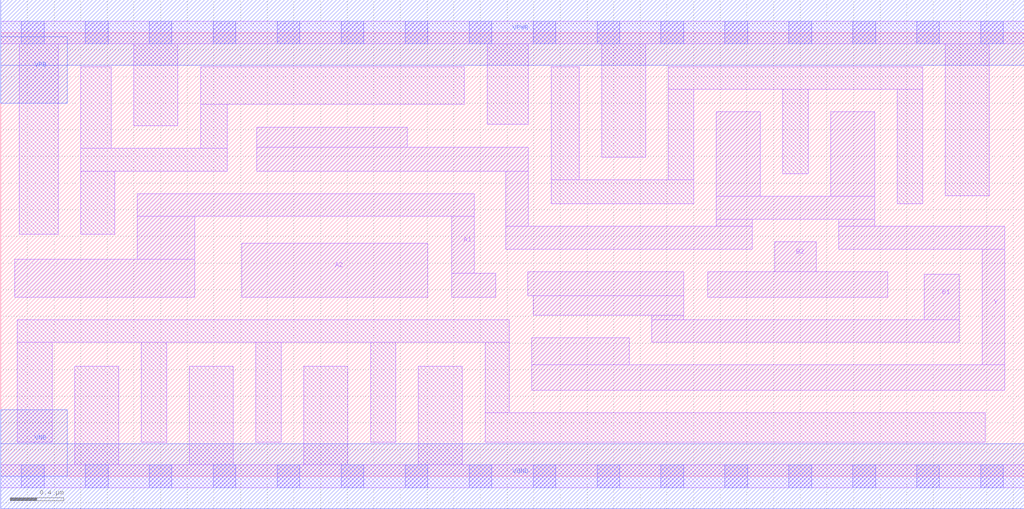
<source format=lef>
# Copyright 2020 The SkyWater PDK Authors
#
# Licensed under the Apache License, Version 2.0 (the "License");
# you may not use this file except in compliance with the License.
# You may obtain a copy of the License at
#
#     https://www.apache.org/licenses/LICENSE-2.0
#
# Unless required by applicable law or agreed to in writing, software
# distributed under the License is distributed on an "AS IS" BASIS,
# WITHOUT WARRANTIES OR CONDITIONS OF ANY KIND, either express or implied.
# See the License for the specific language governing permissions and
# limitations under the License.
#
# SPDX-License-Identifier: Apache-2.0

VERSION 5.5 ;
NAMESCASESENSITIVE ON ;
BUSBITCHARS "[]" ;
DIVIDERCHAR "/" ;
MACRO sky130_fd_sc_lp__o22ai_4
  CLASS CORE ;
  SOURCE USER ;
  ORIGIN  0.000000  0.000000 ;
  SIZE  7.680000 BY  3.330000 ;
  SYMMETRY X Y R90 ;
  SITE unit ;
  PIN A1
    ANTENNAGATEAREA  1.260000 ;
    DIRECTION INPUT ;
    USE SIGNAL ;
    PORT
      LAYER li1 ;
        RECT 0.105000 1.345000 1.455000 1.630000 ;
        RECT 1.025000 1.630000 1.455000 1.950000 ;
        RECT 1.025000 1.950000 3.555000 2.120000 ;
        RECT 3.385000 1.345000 3.715000 1.525000 ;
        RECT 3.385000 1.525000 3.555000 1.950000 ;
    END
  END A1
  PIN A2
    ANTENNAGATEAREA  1.260000 ;
    DIRECTION INPUT ;
    USE SIGNAL ;
    PORT
      LAYER li1 ;
        RECT 1.810000 1.345000 3.205000 1.750000 ;
    END
  END A2
  PIN B1
    ANTENNAGATEAREA  1.260000 ;
    DIRECTION INPUT ;
    USE SIGNAL ;
    PORT
      LAYER li1 ;
        RECT 3.955000 1.355000 5.125000 1.535000 ;
        RECT 3.995000 1.210000 5.125000 1.355000 ;
        RECT 4.885000 1.005000 7.195000 1.175000 ;
        RECT 4.885000 1.175000 5.125000 1.210000 ;
        RECT 6.930000 1.175000 7.195000 1.515000 ;
    END
  END B1
  PIN B2
    ANTENNAGATEAREA  1.260000 ;
    DIRECTION INPUT ;
    USE SIGNAL ;
    PORT
      LAYER li1 ;
        RECT 5.305000 1.345000 6.655000 1.535000 ;
        RECT 5.810000 1.535000 6.120000 1.760000 ;
    END
  END B2
  PIN Y
    ANTENNADIFFAREA  2.352000 ;
    DIRECTION OUTPUT ;
    USE SIGNAL ;
    PORT
      LAYER li1 ;
        RECT 1.920000 2.290000 3.960000 2.470000 ;
        RECT 1.920000 2.470000 3.050000 2.620000 ;
        RECT 3.790000 1.705000 5.640000 1.875000 ;
        RECT 3.790000 1.875000 3.960000 2.290000 ;
        RECT 3.985000 0.645000 7.535000 0.835000 ;
        RECT 3.985000 0.835000 4.715000 1.040000 ;
        RECT 5.370000 1.875000 5.640000 1.930000 ;
        RECT 5.370000 1.930000 6.560000 2.100000 ;
        RECT 5.370000 2.100000 5.700000 2.735000 ;
        RECT 6.230000 2.100000 6.560000 2.735000 ;
        RECT 6.290000 1.705000 7.535000 1.875000 ;
        RECT 6.290000 1.875000 6.560000 1.930000 ;
        RECT 7.365000 0.835000 7.535000 1.705000 ;
    END
  END Y
  PIN VGND
    DIRECTION INOUT ;
    USE GROUND ;
    PORT
      LAYER met1 ;
        RECT 0.000000 -0.245000 7.680000 0.245000 ;
    END
  END VGND
  PIN VNB
    DIRECTION INOUT ;
    USE GROUND ;
    PORT
      LAYER met1 ;
        RECT 0.000000 0.000000 0.500000 0.500000 ;
    END
  END VNB
  PIN VPB
    DIRECTION INOUT ;
    USE POWER ;
    PORT
      LAYER met1 ;
        RECT 0.000000 2.800000 0.500000 3.300000 ;
    END
  END VPB
  PIN VPWR
    DIRECTION INOUT ;
    USE POWER ;
    PORT
      LAYER met1 ;
        RECT 0.000000 3.085000 7.680000 3.575000 ;
    END
  END VPWR
  OBS
    LAYER li1 ;
      RECT 0.000000 -0.085000 7.680000 0.085000 ;
      RECT 0.000000  3.245000 7.680000 3.415000 ;
      RECT 0.125000  0.255000 0.385000 1.005000 ;
      RECT 0.125000  1.005000 3.815000 1.175000 ;
      RECT 0.140000  1.815000 0.430000 3.245000 ;
      RECT 0.555000  0.085000 0.885000 0.825000 ;
      RECT 0.600000  1.815000 0.855000 2.290000 ;
      RECT 0.600000  2.290000 1.700000 2.460000 ;
      RECT 0.600000  2.460000 0.830000 3.075000 ;
      RECT 1.000000  2.630000 1.330000 3.245000 ;
      RECT 1.055000  0.255000 1.245000 1.005000 ;
      RECT 1.415000  0.085000 1.745000 0.825000 ;
      RECT 1.500000  2.460000 1.700000 2.790000 ;
      RECT 1.500000  2.790000 3.480000 3.075000 ;
      RECT 1.915000  0.255000 2.105000 1.005000 ;
      RECT 2.275000  0.085000 2.605000 0.825000 ;
      RECT 2.775000  0.255000 2.965000 1.005000 ;
      RECT 3.135000  0.085000 3.465000 0.825000 ;
      RECT 3.635000  0.255000 7.390000 0.475000 ;
      RECT 3.635000  0.475000 3.815000 1.005000 ;
      RECT 3.650000  2.640000 3.960000 3.245000 ;
      RECT 4.130000  2.045000 5.200000 2.225000 ;
      RECT 4.130000  2.225000 4.340000 3.075000 ;
      RECT 4.510000  2.395000 4.840000 3.245000 ;
      RECT 5.010000  2.225000 5.200000 2.905000 ;
      RECT 5.010000  2.905000 6.920000 3.075000 ;
      RECT 5.870000  2.270000 6.060000 2.905000 ;
      RECT 6.730000  2.045000 6.920000 2.905000 ;
      RECT 7.090000  2.105000 7.420000 3.245000 ;
    LAYER mcon ;
      RECT 0.155000 -0.085000 0.325000 0.085000 ;
      RECT 0.155000  3.245000 0.325000 3.415000 ;
      RECT 0.635000 -0.085000 0.805000 0.085000 ;
      RECT 0.635000  3.245000 0.805000 3.415000 ;
      RECT 1.115000 -0.085000 1.285000 0.085000 ;
      RECT 1.115000  3.245000 1.285000 3.415000 ;
      RECT 1.595000 -0.085000 1.765000 0.085000 ;
      RECT 1.595000  3.245000 1.765000 3.415000 ;
      RECT 2.075000 -0.085000 2.245000 0.085000 ;
      RECT 2.075000  3.245000 2.245000 3.415000 ;
      RECT 2.555000 -0.085000 2.725000 0.085000 ;
      RECT 2.555000  3.245000 2.725000 3.415000 ;
      RECT 3.035000 -0.085000 3.205000 0.085000 ;
      RECT 3.035000  3.245000 3.205000 3.415000 ;
      RECT 3.515000 -0.085000 3.685000 0.085000 ;
      RECT 3.515000  3.245000 3.685000 3.415000 ;
      RECT 3.995000 -0.085000 4.165000 0.085000 ;
      RECT 3.995000  3.245000 4.165000 3.415000 ;
      RECT 4.475000 -0.085000 4.645000 0.085000 ;
      RECT 4.475000  3.245000 4.645000 3.415000 ;
      RECT 4.955000 -0.085000 5.125000 0.085000 ;
      RECT 4.955000  3.245000 5.125000 3.415000 ;
      RECT 5.435000 -0.085000 5.605000 0.085000 ;
      RECT 5.435000  3.245000 5.605000 3.415000 ;
      RECT 5.915000 -0.085000 6.085000 0.085000 ;
      RECT 5.915000  3.245000 6.085000 3.415000 ;
      RECT 6.395000 -0.085000 6.565000 0.085000 ;
      RECT 6.395000  3.245000 6.565000 3.415000 ;
      RECT 6.875000 -0.085000 7.045000 0.085000 ;
      RECT 6.875000  3.245000 7.045000 3.415000 ;
      RECT 7.355000 -0.085000 7.525000 0.085000 ;
      RECT 7.355000  3.245000 7.525000 3.415000 ;
  END
END sky130_fd_sc_lp__o22ai_4

</source>
